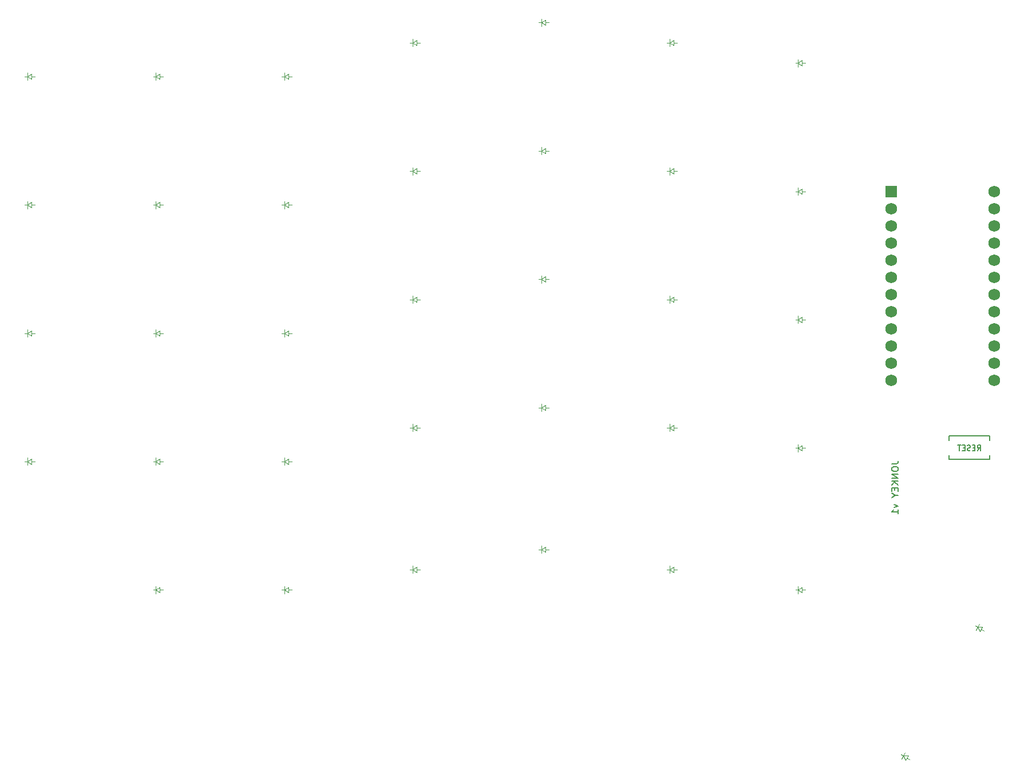
<source format=gbr>
%TF.GenerationSoftware,KiCad,Pcbnew,6.0.2*%
%TF.CreationDate,2022-02-19T14:05:47-05:00*%
%TF.ProjectId,jonkey-v1,6a6f6e6b-6579-42d7-9631-2e6b69636164,v1.0.0*%
%TF.SameCoordinates,Original*%
%TF.FileFunction,Legend,Bot*%
%TF.FilePolarity,Positive*%
%FSLAX46Y46*%
G04 Gerber Fmt 4.6, Leading zero omitted, Abs format (unit mm)*
G04 Created by KiCad (PCBNEW 6.0.2) date 2022-02-19 14:05:47*
%MOMM*%
%LPD*%
G01*
G04 APERTURE LIST*
%ADD10C,0.150000*%
%ADD11C,0.100000*%
%ADD12R,1.752600X1.752600*%
%ADD13C,1.752600*%
G04 APERTURE END LIST*
D10*
X192492380Y-100616190D02*
X193206666Y-100616190D01*
X193349523Y-100568571D01*
X193444761Y-100473333D01*
X193492380Y-100330476D01*
X193492380Y-100235238D01*
X192492380Y-101282857D02*
X192492380Y-101473333D01*
X192540000Y-101568571D01*
X192635238Y-101663809D01*
X192825714Y-101711428D01*
X193159047Y-101711428D01*
X193349523Y-101663809D01*
X193444761Y-101568571D01*
X193492380Y-101473333D01*
X193492380Y-101282857D01*
X193444761Y-101187619D01*
X193349523Y-101092380D01*
X193159047Y-101044761D01*
X192825714Y-101044761D01*
X192635238Y-101092380D01*
X192540000Y-101187619D01*
X192492380Y-101282857D01*
X193492380Y-102140000D02*
X192492380Y-102140000D01*
X193492380Y-102711428D01*
X192492380Y-102711428D01*
X193492380Y-103187619D02*
X192492380Y-103187619D01*
X193492380Y-103759047D02*
X192920952Y-103330476D01*
X192492380Y-103759047D02*
X193063809Y-103187619D01*
X192968571Y-104187619D02*
X192968571Y-104520952D01*
X193492380Y-104663809D02*
X193492380Y-104187619D01*
X192492380Y-104187619D01*
X192492380Y-104663809D01*
X193016190Y-105282857D02*
X193492380Y-105282857D01*
X192492380Y-104949523D02*
X193016190Y-105282857D01*
X192492380Y-105616190D01*
X192825714Y-106616190D02*
X193492380Y-106854285D01*
X192825714Y-107092380D01*
X193492380Y-107997142D02*
X193492380Y-107425714D01*
X193492380Y-107711428D02*
X192492380Y-107711428D01*
X192635238Y-107616190D01*
X192730476Y-107520952D01*
X192778095Y-107425714D01*
%TO.C,B1*%
X205181904Y-98641904D02*
X205448571Y-98260952D01*
X205639047Y-98641904D02*
X205639047Y-97841904D01*
X205334285Y-97841904D01*
X205258095Y-97880000D01*
X205220000Y-97918095D01*
X205181904Y-97994285D01*
X205181904Y-98108571D01*
X205220000Y-98184761D01*
X205258095Y-98222857D01*
X205334285Y-98260952D01*
X205639047Y-98260952D01*
X204839047Y-98222857D02*
X204572380Y-98222857D01*
X204458095Y-98641904D02*
X204839047Y-98641904D01*
X204839047Y-97841904D01*
X204458095Y-97841904D01*
X204153333Y-98603809D02*
X204039047Y-98641904D01*
X203848571Y-98641904D01*
X203772380Y-98603809D01*
X203734285Y-98565714D01*
X203696190Y-98489523D01*
X203696190Y-98413333D01*
X203734285Y-98337142D01*
X203772380Y-98299047D01*
X203848571Y-98260952D01*
X204000952Y-98222857D01*
X204077142Y-98184761D01*
X204115238Y-98146666D01*
X204153333Y-98070476D01*
X204153333Y-97994285D01*
X204115238Y-97918095D01*
X204077142Y-97880000D01*
X204000952Y-97841904D01*
X203810476Y-97841904D01*
X203696190Y-97880000D01*
X203353333Y-98222857D02*
X203086666Y-98222857D01*
X202972380Y-98641904D02*
X203353333Y-98641904D01*
X203353333Y-97841904D01*
X202972380Y-97841904D01*
X202743809Y-97841904D02*
X202286666Y-97841904D01*
X202515238Y-98641904D02*
X202515238Y-97841904D01*
D11*
%TO.C,D1*%
X65270000Y-100280000D02*
X65770000Y-100280000D01*
X65270000Y-100680000D02*
X64670000Y-100280000D01*
X65270000Y-99880000D02*
X65270000Y-100680000D01*
X64670000Y-100280000D02*
X65270000Y-99880000D01*
X64670000Y-100280000D02*
X64670000Y-100830000D01*
X64670000Y-100280000D02*
X64670000Y-99730000D01*
X64270000Y-100280000D02*
X64670000Y-100280000D01*
%TO.C,D2*%
X65270000Y-81280000D02*
X65770000Y-81280000D01*
X65270000Y-81680000D02*
X64670000Y-81280000D01*
X65270000Y-80880000D02*
X65270000Y-81680000D01*
X64670000Y-81280000D02*
X65270000Y-80880000D01*
X64670000Y-81280000D02*
X64670000Y-81830000D01*
X64670000Y-81280000D02*
X64670000Y-80730000D01*
X64270000Y-81280000D02*
X64670000Y-81280000D01*
%TO.C,D3*%
X65270000Y-62280000D02*
X65770000Y-62280000D01*
X65270000Y-62680000D02*
X64670000Y-62280000D01*
X65270000Y-61880000D02*
X65270000Y-62680000D01*
X64670000Y-62280000D02*
X65270000Y-61880000D01*
X64670000Y-62280000D02*
X64670000Y-62830000D01*
X64670000Y-62280000D02*
X64670000Y-61730000D01*
X64270000Y-62280000D02*
X64670000Y-62280000D01*
%TO.C,D4*%
X65270000Y-43280000D02*
X65770000Y-43280000D01*
X65270000Y-43680000D02*
X64670000Y-43280000D01*
X65270000Y-42880000D02*
X65270000Y-43680000D01*
X64670000Y-43280000D02*
X65270000Y-42880000D01*
X64670000Y-43280000D02*
X64670000Y-43830000D01*
X64670000Y-43280000D02*
X64670000Y-42730000D01*
X64270000Y-43280000D02*
X64670000Y-43280000D01*
%TO.C,D5*%
X84270000Y-100280000D02*
X84770000Y-100280000D01*
X84270000Y-100680000D02*
X83670000Y-100280000D01*
X84270000Y-99880000D02*
X84270000Y-100680000D01*
X83670000Y-100280000D02*
X84270000Y-99880000D01*
X83670000Y-100280000D02*
X83670000Y-100830000D01*
X83670000Y-100280000D02*
X83670000Y-99730000D01*
X83270000Y-100280000D02*
X83670000Y-100280000D01*
%TO.C,D6*%
X84270000Y-81280000D02*
X84770000Y-81280000D01*
X84270000Y-81680000D02*
X83670000Y-81280000D01*
X84270000Y-80880000D02*
X84270000Y-81680000D01*
X83670000Y-81280000D02*
X84270000Y-80880000D01*
X83670000Y-81280000D02*
X83670000Y-81830000D01*
X83670000Y-81280000D02*
X83670000Y-80730000D01*
X83270000Y-81280000D02*
X83670000Y-81280000D01*
%TO.C,D7*%
X84270000Y-62280000D02*
X84770000Y-62280000D01*
X84270000Y-62680000D02*
X83670000Y-62280000D01*
X84270000Y-61880000D02*
X84270000Y-62680000D01*
X83670000Y-62280000D02*
X84270000Y-61880000D01*
X83670000Y-62280000D02*
X83670000Y-62830000D01*
X83670000Y-62280000D02*
X83670000Y-61730000D01*
X83270000Y-62280000D02*
X83670000Y-62280000D01*
%TO.C,D8*%
X84270000Y-43280000D02*
X84770000Y-43280000D01*
X84270000Y-43680000D02*
X83670000Y-43280000D01*
X84270000Y-42880000D02*
X84270000Y-43680000D01*
X83670000Y-43280000D02*
X84270000Y-42880000D01*
X83670000Y-43280000D02*
X83670000Y-43830000D01*
X83670000Y-43280000D02*
X83670000Y-42730000D01*
X83270000Y-43280000D02*
X83670000Y-43280000D01*
%TO.C,D9*%
X103270000Y-100280000D02*
X103770000Y-100280000D01*
X103270000Y-100680000D02*
X102670000Y-100280000D01*
X103270000Y-99880000D02*
X103270000Y-100680000D01*
X102670000Y-100280000D02*
X103270000Y-99880000D01*
X102670000Y-100280000D02*
X102670000Y-100830000D01*
X102670000Y-100280000D02*
X102670000Y-99730000D01*
X102270000Y-100280000D02*
X102670000Y-100280000D01*
%TO.C,D10*%
X103270000Y-81280000D02*
X103770000Y-81280000D01*
X103270000Y-81680000D02*
X102670000Y-81280000D01*
X103270000Y-80880000D02*
X103270000Y-81680000D01*
X102670000Y-81280000D02*
X103270000Y-80880000D01*
X102670000Y-81280000D02*
X102670000Y-81830000D01*
X102670000Y-81280000D02*
X102670000Y-80730000D01*
X102270000Y-81280000D02*
X102670000Y-81280000D01*
%TO.C,D11*%
X103270000Y-62280000D02*
X103770000Y-62280000D01*
X103270000Y-62680000D02*
X102670000Y-62280000D01*
X103270000Y-61880000D02*
X103270000Y-62680000D01*
X102670000Y-62280000D02*
X103270000Y-61880000D01*
X102670000Y-62280000D02*
X102670000Y-62830000D01*
X102670000Y-62280000D02*
X102670000Y-61730000D01*
X102270000Y-62280000D02*
X102670000Y-62280000D01*
%TO.C,D12*%
X103270000Y-43280000D02*
X103770000Y-43280000D01*
X103270000Y-43680000D02*
X102670000Y-43280000D01*
X103270000Y-42880000D02*
X103270000Y-43680000D01*
X102670000Y-43280000D02*
X103270000Y-42880000D01*
X102670000Y-43280000D02*
X102670000Y-43830000D01*
X102670000Y-43280000D02*
X102670000Y-42730000D01*
X102270000Y-43280000D02*
X102670000Y-43280000D01*
%TO.C,D13*%
X122270000Y-95280000D02*
X122770000Y-95280000D01*
X122270000Y-95680000D02*
X121670000Y-95280000D01*
X122270000Y-94880000D02*
X122270000Y-95680000D01*
X121670000Y-95280000D02*
X122270000Y-94880000D01*
X121670000Y-95280000D02*
X121670000Y-95830000D01*
X121670000Y-95280000D02*
X121670000Y-94730000D01*
X121270000Y-95280000D02*
X121670000Y-95280000D01*
%TO.C,D14*%
X122270000Y-76280000D02*
X122770000Y-76280000D01*
X122270000Y-76680000D02*
X121670000Y-76280000D01*
X122270000Y-75880000D02*
X122270000Y-76680000D01*
X121670000Y-76280000D02*
X122270000Y-75880000D01*
X121670000Y-76280000D02*
X121670000Y-76830000D01*
X121670000Y-76280000D02*
X121670000Y-75730000D01*
X121270000Y-76280000D02*
X121670000Y-76280000D01*
%TO.C,D15*%
X122270000Y-57280000D02*
X122770000Y-57280000D01*
X122270000Y-57680000D02*
X121670000Y-57280000D01*
X122270000Y-56880000D02*
X122270000Y-57680000D01*
X121670000Y-57280000D02*
X122270000Y-56880000D01*
X121670000Y-57280000D02*
X121670000Y-57830000D01*
X121670000Y-57280000D02*
X121670000Y-56730000D01*
X121270000Y-57280000D02*
X121670000Y-57280000D01*
%TO.C,D16*%
X122270000Y-38280000D02*
X122770000Y-38280000D01*
X122270000Y-38680000D02*
X121670000Y-38280000D01*
X122270000Y-37880000D02*
X122270000Y-38680000D01*
X121670000Y-38280000D02*
X122270000Y-37880000D01*
X121670000Y-38280000D02*
X121670000Y-38830000D01*
X121670000Y-38280000D02*
X121670000Y-37730000D01*
X121270000Y-38280000D02*
X121670000Y-38280000D01*
%TO.C,D17*%
X141270000Y-92280000D02*
X141770000Y-92280000D01*
X141270000Y-92680000D02*
X140670000Y-92280000D01*
X141270000Y-91880000D02*
X141270000Y-92680000D01*
X140670000Y-92280000D02*
X141270000Y-91880000D01*
X140670000Y-92280000D02*
X140670000Y-92830000D01*
X140670000Y-92280000D02*
X140670000Y-91730000D01*
X140270000Y-92280000D02*
X140670000Y-92280000D01*
%TO.C,D18*%
X141270000Y-73280000D02*
X141770000Y-73280000D01*
X141270000Y-73680000D02*
X140670000Y-73280000D01*
X141270000Y-72880000D02*
X141270000Y-73680000D01*
X140670000Y-73280000D02*
X141270000Y-72880000D01*
X140670000Y-73280000D02*
X140670000Y-73830000D01*
X140670000Y-73280000D02*
X140670000Y-72730000D01*
X140270000Y-73280000D02*
X140670000Y-73280000D01*
%TO.C,D19*%
X141270000Y-54280000D02*
X141770000Y-54280000D01*
X141270000Y-54680000D02*
X140670000Y-54280000D01*
X141270000Y-53880000D02*
X141270000Y-54680000D01*
X140670000Y-54280000D02*
X141270000Y-53880000D01*
X140670000Y-54280000D02*
X140670000Y-54830000D01*
X140670000Y-54280000D02*
X140670000Y-53730000D01*
X140270000Y-54280000D02*
X140670000Y-54280000D01*
%TO.C,D20*%
X141270000Y-35280000D02*
X141770000Y-35280000D01*
X141270000Y-35680000D02*
X140670000Y-35280000D01*
X141270000Y-34880000D02*
X141270000Y-35680000D01*
X140670000Y-35280000D02*
X141270000Y-34880000D01*
X140670000Y-35280000D02*
X140670000Y-35830000D01*
X140670000Y-35280000D02*
X140670000Y-34730000D01*
X140270000Y-35280000D02*
X140670000Y-35280000D01*
%TO.C,D21*%
X160270000Y-95280000D02*
X160770000Y-95280000D01*
X160270000Y-95680000D02*
X159670000Y-95280000D01*
X160270000Y-94880000D02*
X160270000Y-95680000D01*
X159670000Y-95280000D02*
X160270000Y-94880000D01*
X159670000Y-95280000D02*
X159670000Y-95830000D01*
X159670000Y-95280000D02*
X159670000Y-94730000D01*
X159270000Y-95280000D02*
X159670000Y-95280000D01*
%TO.C,D22*%
X160270000Y-76280000D02*
X160770000Y-76280000D01*
X160270000Y-76680000D02*
X159670000Y-76280000D01*
X160270000Y-75880000D02*
X160270000Y-76680000D01*
X159670000Y-76280000D02*
X160270000Y-75880000D01*
X159670000Y-76280000D02*
X159670000Y-76830000D01*
X159670000Y-76280000D02*
X159670000Y-75730000D01*
X159270000Y-76280000D02*
X159670000Y-76280000D01*
%TO.C,D23*%
X160270000Y-57280000D02*
X160770000Y-57280000D01*
X160270000Y-57680000D02*
X159670000Y-57280000D01*
X160270000Y-56880000D02*
X160270000Y-57680000D01*
X159670000Y-57280000D02*
X160270000Y-56880000D01*
X159670000Y-57280000D02*
X159670000Y-57830000D01*
X159670000Y-57280000D02*
X159670000Y-56730000D01*
X159270000Y-57280000D02*
X159670000Y-57280000D01*
%TO.C,D24*%
X160270000Y-38280000D02*
X160770000Y-38280000D01*
X160270000Y-38680000D02*
X159670000Y-38280000D01*
X160270000Y-37880000D02*
X160270000Y-38680000D01*
X159670000Y-38280000D02*
X160270000Y-37880000D01*
X159670000Y-38280000D02*
X159670000Y-38830000D01*
X159670000Y-38280000D02*
X159670000Y-37730000D01*
X159270000Y-38280000D02*
X159670000Y-38280000D01*
%TO.C,D25*%
X179270000Y-98280000D02*
X179770000Y-98280000D01*
X179270000Y-98680000D02*
X178670000Y-98280000D01*
X179270000Y-97880000D02*
X179270000Y-98680000D01*
X178670000Y-98280000D02*
X179270000Y-97880000D01*
X178670000Y-98280000D02*
X178670000Y-98830000D01*
X178670000Y-98280000D02*
X178670000Y-97730000D01*
X178270000Y-98280000D02*
X178670000Y-98280000D01*
%TO.C,D26*%
X179270000Y-79280000D02*
X179770000Y-79280000D01*
X179270000Y-79680000D02*
X178670000Y-79280000D01*
X179270000Y-78880000D02*
X179270000Y-79680000D01*
X178670000Y-79280000D02*
X179270000Y-78880000D01*
X178670000Y-79280000D02*
X178670000Y-79830000D01*
X178670000Y-79280000D02*
X178670000Y-78730000D01*
X178270000Y-79280000D02*
X178670000Y-79280000D01*
%TO.C,D27*%
X179270000Y-60280000D02*
X179770000Y-60280000D01*
X179270000Y-60680000D02*
X178670000Y-60280000D01*
X179270000Y-59880000D02*
X179270000Y-60680000D01*
X178670000Y-60280000D02*
X179270000Y-59880000D01*
X178670000Y-60280000D02*
X178670000Y-60830000D01*
X178670000Y-60280000D02*
X178670000Y-59730000D01*
X178270000Y-60280000D02*
X178670000Y-60280000D01*
%TO.C,D28*%
X179270000Y-41280000D02*
X179770000Y-41280000D01*
X179270000Y-41680000D02*
X178670000Y-41280000D01*
X179270000Y-40880000D02*
X179270000Y-41680000D01*
X178670000Y-41280000D02*
X179270000Y-40880000D01*
X178670000Y-41280000D02*
X178670000Y-41830000D01*
X178670000Y-41280000D02*
X178670000Y-40730000D01*
X178270000Y-41280000D02*
X178670000Y-41280000D01*
%TO.C,D29*%
X160270000Y-116280000D02*
X160770000Y-116280000D01*
X160270000Y-116680000D02*
X159670000Y-116280000D01*
X160270000Y-115880000D02*
X160270000Y-116680000D01*
X159670000Y-116280000D02*
X160270000Y-115880000D01*
X159670000Y-116280000D02*
X159670000Y-116830000D01*
X159670000Y-116280000D02*
X159670000Y-115730000D01*
X159270000Y-116280000D02*
X159670000Y-116280000D01*
%TO.C,D30*%
X179270000Y-119280000D02*
X179770000Y-119280000D01*
X179270000Y-119680000D02*
X178670000Y-119280000D01*
X179270000Y-118880000D02*
X179270000Y-119680000D01*
X178670000Y-119280000D02*
X179270000Y-118880000D01*
X178670000Y-119280000D02*
X178670000Y-119830000D01*
X178670000Y-119280000D02*
X178670000Y-118730000D01*
X178270000Y-119280000D02*
X178670000Y-119280000D01*
%TO.C,D31*%
X205736506Y-125074873D02*
X206169519Y-125324873D01*
X205536506Y-125421283D02*
X205216891Y-124774873D01*
X205936506Y-124728463D02*
X205536506Y-125421283D01*
X205216891Y-124774873D02*
X205936506Y-124728463D01*
X205216891Y-124774873D02*
X204941891Y-125251187D01*
X205216891Y-124774873D02*
X205491891Y-124298559D01*
X204870481Y-124574873D02*
X205216891Y-124774873D01*
%TO.C,D32*%
X194736506Y-144127432D02*
X195169519Y-144377432D01*
X194536506Y-144473842D02*
X194216891Y-143827432D01*
X194936506Y-143781022D02*
X194536506Y-144473842D01*
X194216891Y-143827432D02*
X194936506Y-143781022D01*
X194216891Y-143827432D02*
X193941891Y-144303746D01*
X194216891Y-143827432D02*
X194491891Y-143351118D01*
X193870481Y-143627432D02*
X194216891Y-143827432D01*
%TO.C,D33*%
X84270000Y-119280000D02*
X84770000Y-119280000D01*
X84270000Y-119680000D02*
X83670000Y-119280000D01*
X84270000Y-118880000D02*
X84270000Y-119680000D01*
X83670000Y-119280000D02*
X84270000Y-118880000D01*
X83670000Y-119280000D02*
X83670000Y-119830000D01*
X83670000Y-119280000D02*
X83670000Y-118730000D01*
X83270000Y-119280000D02*
X83670000Y-119280000D01*
%TO.C,D34*%
X103270000Y-119280000D02*
X103770000Y-119280000D01*
X103270000Y-119680000D02*
X102670000Y-119280000D01*
X103270000Y-118880000D02*
X103270000Y-119680000D01*
X102670000Y-119280000D02*
X103270000Y-118880000D01*
X102670000Y-119280000D02*
X102670000Y-119830000D01*
X102670000Y-119280000D02*
X102670000Y-118730000D01*
X102270000Y-119280000D02*
X102670000Y-119280000D01*
%TO.C,D35*%
X122270000Y-116280000D02*
X122770000Y-116280000D01*
X122270000Y-116680000D02*
X121670000Y-116280000D01*
X122270000Y-115880000D02*
X122270000Y-116680000D01*
X121670000Y-116280000D02*
X122270000Y-115880000D01*
X121670000Y-116280000D02*
X121670000Y-116830000D01*
X121670000Y-116280000D02*
X121670000Y-115730000D01*
X121270000Y-116280000D02*
X121670000Y-116280000D01*
%TO.C,D36*%
X141270000Y-113280000D02*
X141770000Y-113280000D01*
X141270000Y-113680000D02*
X140670000Y-113280000D01*
X141270000Y-112880000D02*
X141270000Y-113680000D01*
X140670000Y-113280000D02*
X141270000Y-112880000D01*
X140670000Y-113280000D02*
X140670000Y-113830000D01*
X140670000Y-113280000D02*
X140670000Y-112730000D01*
X140270000Y-113280000D02*
X140670000Y-113280000D01*
D10*
%TO.C,B1*%
X201020000Y-96480000D02*
X206920000Y-96480000D01*
X201020000Y-96480000D02*
X207020000Y-96480000D01*
X207020000Y-99980000D02*
X201020000Y-99980000D01*
X207020000Y-96480000D02*
X207020000Y-97180000D01*
X207020000Y-99980000D02*
X207020000Y-99380000D01*
X201020000Y-99980000D02*
X201020000Y-99380000D01*
X201020000Y-96480000D02*
X201020000Y-97180000D01*
%TD*%
D12*
%TO.C,MCU1*%
X192400000Y-60310000D03*
D13*
X192400000Y-62850000D03*
X192400000Y-65390000D03*
X192400000Y-67930000D03*
X192400000Y-70470000D03*
X192400000Y-73010000D03*
X192400000Y-75550000D03*
X192400000Y-78090000D03*
X192400000Y-80630000D03*
X192400000Y-83170000D03*
X192400000Y-85710000D03*
X192400000Y-88250000D03*
X207640000Y-60310000D03*
X207640000Y-62850000D03*
X207640000Y-65390000D03*
X207640000Y-67930000D03*
X207640000Y-70470000D03*
X207640000Y-73010000D03*
X207640000Y-75550000D03*
X207640000Y-78090000D03*
X207640000Y-80630000D03*
X207640000Y-83170000D03*
X207640000Y-85710000D03*
X207640000Y-88250000D03*
%TD*%
M02*

</source>
